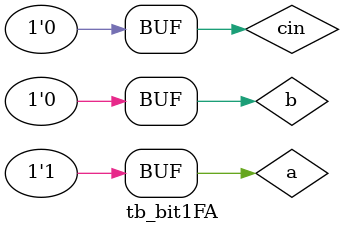
<source format=v>
`timescale 1ns / 1ps


module tb_bit1FA();
reg a,b,cin;
wire sum,cout;

bit1_FA fa(a,b,cin,sum,cout);
initial
begin
a = 1'b0; b = 1'b0; cin = 1'b0;
#10 a = 1'b1; b = 1'b1; 
#10 a = 1'b1; b = 1'b0; 
end
endmodule

</source>
